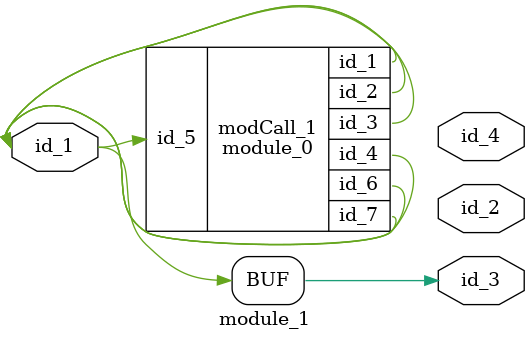
<source format=v>
module module_0 (
    id_1,
    id_2,
    id_3,
    id_4,
    id_5,
    id_6,
    id_7
);
  inout wire id_7;
  inout wire id_6;
  input wire id_5;
  output wire id_4;
  inout wire id_3;
  inout wire id_2;
  inout wire id_1;
  wire id_8;
endmodule
module module_1 (
    id_1,
    id_2,
    id_3,
    id_4
);
  output wire id_4;
  output wire id_3;
  output wire id_2;
  inout wire id_1;
  buf primCall (id_3, id_1);
  module_0 modCall_1 (
      id_1,
      id_1,
      id_1,
      id_3,
      id_1,
      id_1,
      id_1
  );
  wire id_5;
  wire id_6;
endmodule

</source>
